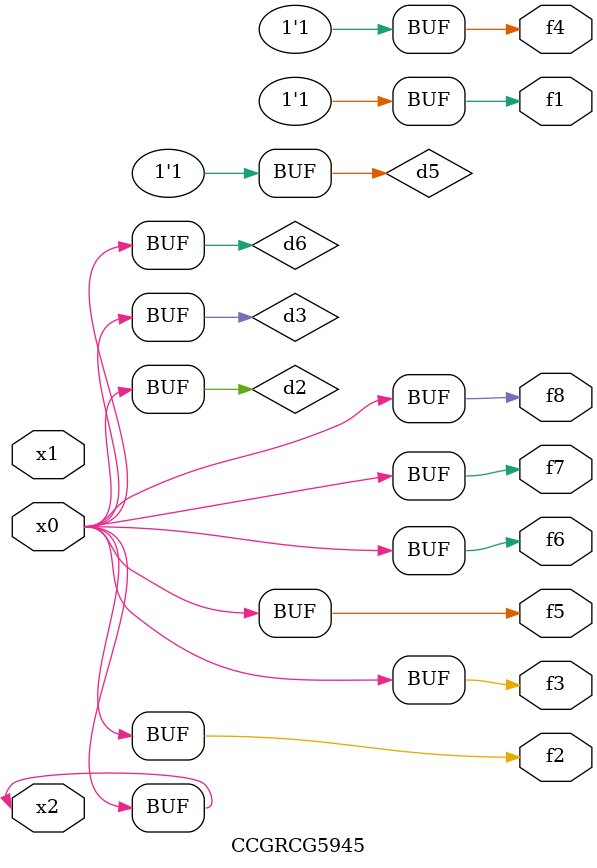
<source format=v>
module CCGRCG5945(
	input x0, x1, x2,
	output f1, f2, f3, f4, f5, f6, f7, f8
);

	wire d1, d2, d3, d4, d5, d6;

	xnor (d1, x2);
	buf (d2, x0, x2);
	and (d3, x0);
	xnor (d4, x1, x2);
	nand (d5, d1, d3);
	buf (d6, d2, d3);
	assign f1 = d5;
	assign f2 = d6;
	assign f3 = d6;
	assign f4 = d5;
	assign f5 = d6;
	assign f6 = d6;
	assign f7 = d6;
	assign f8 = d6;
endmodule

</source>
